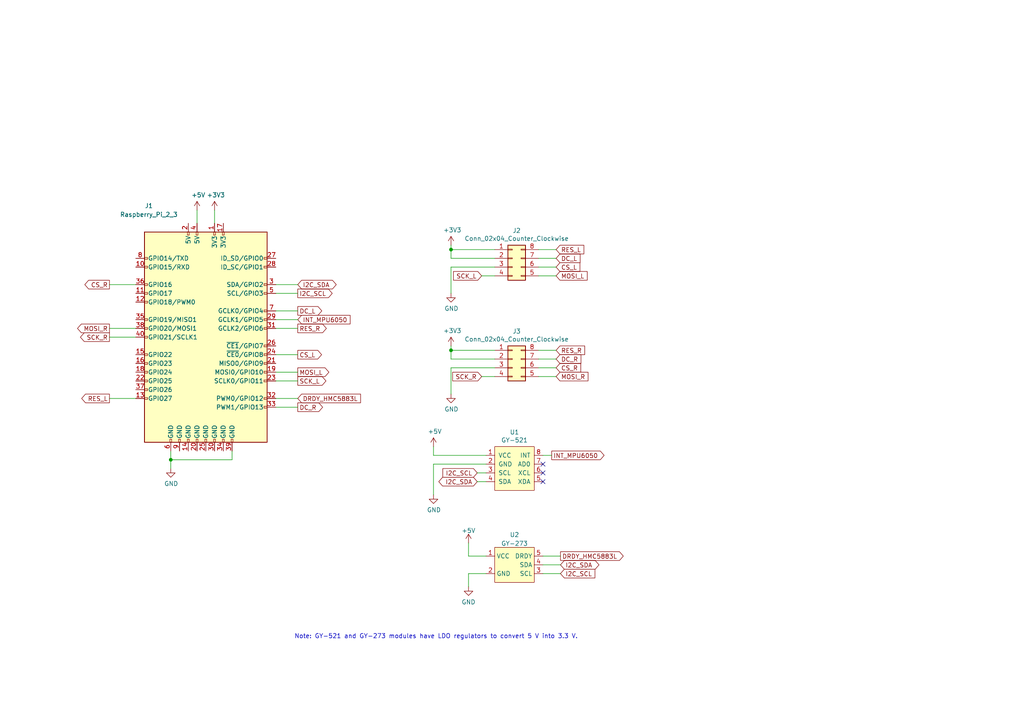
<source format=kicad_sch>
(kicad_sch (version 20211123) (generator eeschema)

  (uuid eb045a41-ff87-4870-9fb6-972d35004302)

  (paper "A4")

  (lib_symbols
    (symbol "Connector:Raspberry_Pi_2_3" (pin_names (offset 1.016)) (in_bom yes) (on_board yes)
      (property "Reference" "J" (id 0) (at -17.78 31.75 0)
        (effects (font (size 1.27 1.27)) (justify left bottom))
      )
      (property "Value" "Raspberry_Pi_2_3" (id 1) (at 10.16 -31.75 0)
        (effects (font (size 1.27 1.27)) (justify left top))
      )
      (property "Footprint" "" (id 2) (at 0 0 0)
        (effects (font (size 1.27 1.27)) hide)
      )
      (property "Datasheet" "https://www.raspberrypi.org/documentation/hardware/raspberrypi/schematics/rpi_SCH_3bplus_1p0_reduced.pdf" (id 3) (at 0 0 0)
        (effects (font (size 1.27 1.27)) hide)
      )
      (property "ki_keywords" "raspberrypi gpio" (id 4) (at 0 0 0)
        (effects (font (size 1.27 1.27)) hide)
      )
      (property "ki_description" "expansion header for Raspberry Pi 2 & 3" (id 5) (at 0 0 0)
        (effects (font (size 1.27 1.27)) hide)
      )
      (property "ki_fp_filters" "PinHeader*2x20*P2.54mm*Vertical* PinSocket*2x20*P2.54mm*Vertical*" (id 6) (at 0 0 0)
        (effects (font (size 1.27 1.27)) hide)
      )
      (symbol "Raspberry_Pi_2_3_0_1"
        (rectangle (start -17.78 30.48) (end 17.78 -30.48)
          (stroke (width 0.254) (type default) (color 0 0 0 0))
          (fill (type background))
        )
      )
      (symbol "Raspberry_Pi_2_3_1_1"
        (rectangle (start -16.891 -17.526) (end -17.78 -18.034)
          (stroke (width 0) (type default) (color 0 0 0 0))
          (fill (type none))
        )
        (rectangle (start -16.891 -14.986) (end -17.78 -15.494)
          (stroke (width 0) (type default) (color 0 0 0 0))
          (fill (type none))
        )
        (rectangle (start -16.891 -12.446) (end -17.78 -12.954)
          (stroke (width 0) (type default) (color 0 0 0 0))
          (fill (type none))
        )
        (rectangle (start -16.891 -9.906) (end -17.78 -10.414)
          (stroke (width 0) (type default) (color 0 0 0 0))
          (fill (type none))
        )
        (rectangle (start -16.891 -7.366) (end -17.78 -7.874)
          (stroke (width 0) (type default) (color 0 0 0 0))
          (fill (type none))
        )
        (rectangle (start -16.891 -4.826) (end -17.78 -5.334)
          (stroke (width 0) (type default) (color 0 0 0 0))
          (fill (type none))
        )
        (rectangle (start -16.891 0.254) (end -17.78 -0.254)
          (stroke (width 0) (type default) (color 0 0 0 0))
          (fill (type none))
        )
        (rectangle (start -16.891 2.794) (end -17.78 2.286)
          (stroke (width 0) (type default) (color 0 0 0 0))
          (fill (type none))
        )
        (rectangle (start -16.891 5.334) (end -17.78 4.826)
          (stroke (width 0) (type default) (color 0 0 0 0))
          (fill (type none))
        )
        (rectangle (start -16.891 10.414) (end -17.78 9.906)
          (stroke (width 0) (type default) (color 0 0 0 0))
          (fill (type none))
        )
        (rectangle (start -16.891 12.954) (end -17.78 12.446)
          (stroke (width 0) (type default) (color 0 0 0 0))
          (fill (type none))
        )
        (rectangle (start -16.891 15.494) (end -17.78 14.986)
          (stroke (width 0) (type default) (color 0 0 0 0))
          (fill (type none))
        )
        (rectangle (start -16.891 20.574) (end -17.78 20.066)
          (stroke (width 0) (type default) (color 0 0 0 0))
          (fill (type none))
        )
        (rectangle (start -16.891 23.114) (end -17.78 22.606)
          (stroke (width 0) (type default) (color 0 0 0 0))
          (fill (type none))
        )
        (rectangle (start -10.414 -29.591) (end -9.906 -30.48)
          (stroke (width 0) (type default) (color 0 0 0 0))
          (fill (type none))
        )
        (rectangle (start -7.874 -29.591) (end -7.366 -30.48)
          (stroke (width 0) (type default) (color 0 0 0 0))
          (fill (type none))
        )
        (rectangle (start -5.334 -29.591) (end -4.826 -30.48)
          (stroke (width 0) (type default) (color 0 0 0 0))
          (fill (type none))
        )
        (rectangle (start -5.334 30.48) (end -4.826 29.591)
          (stroke (width 0) (type default) (color 0 0 0 0))
          (fill (type none))
        )
        (rectangle (start -2.794 -29.591) (end -2.286 -30.48)
          (stroke (width 0) (type default) (color 0 0 0 0))
          (fill (type none))
        )
        (rectangle (start -2.794 30.48) (end -2.286 29.591)
          (stroke (width 0) (type default) (color 0 0 0 0))
          (fill (type none))
        )
        (rectangle (start -0.254 -29.591) (end 0.254 -30.48)
          (stroke (width 0) (type default) (color 0 0 0 0))
          (fill (type none))
        )
        (rectangle (start 2.286 -29.591) (end 2.794 -30.48)
          (stroke (width 0) (type default) (color 0 0 0 0))
          (fill (type none))
        )
        (rectangle (start 2.286 30.48) (end 2.794 29.591)
          (stroke (width 0) (type default) (color 0 0 0 0))
          (fill (type none))
        )
        (rectangle (start 4.826 -29.591) (end 5.334 -30.48)
          (stroke (width 0) (type default) (color 0 0 0 0))
          (fill (type none))
        )
        (rectangle (start 4.826 30.48) (end 5.334 29.591)
          (stroke (width 0) (type default) (color 0 0 0 0))
          (fill (type none))
        )
        (rectangle (start 7.366 -29.591) (end 7.874 -30.48)
          (stroke (width 0) (type default) (color 0 0 0 0))
          (fill (type none))
        )
        (rectangle (start 17.78 -20.066) (end 16.891 -20.574)
          (stroke (width 0) (type default) (color 0 0 0 0))
          (fill (type none))
        )
        (rectangle (start 17.78 -17.526) (end 16.891 -18.034)
          (stroke (width 0) (type default) (color 0 0 0 0))
          (fill (type none))
        )
        (rectangle (start 17.78 -12.446) (end 16.891 -12.954)
          (stroke (width 0) (type default) (color 0 0 0 0))
          (fill (type none))
        )
        (rectangle (start 17.78 -9.906) (end 16.891 -10.414)
          (stroke (width 0) (type default) (color 0 0 0 0))
          (fill (type none))
        )
        (rectangle (start 17.78 -7.366) (end 16.891 -7.874)
          (stroke (width 0) (type default) (color 0 0 0 0))
          (fill (type none))
        )
        (rectangle (start 17.78 -4.826) (end 16.891 -5.334)
          (stroke (width 0) (type default) (color 0 0 0 0))
          (fill (type none))
        )
        (rectangle (start 17.78 -2.286) (end 16.891 -2.794)
          (stroke (width 0) (type default) (color 0 0 0 0))
          (fill (type none))
        )
        (rectangle (start 17.78 2.794) (end 16.891 2.286)
          (stroke (width 0) (type default) (color 0 0 0 0))
          (fill (type none))
        )
        (rectangle (start 17.78 5.334) (end 16.891 4.826)
          (stroke (width 0) (type default) (color 0 0 0 0))
          (fill (type none))
        )
        (rectangle (start 17.78 7.874) (end 16.891 7.366)
          (stroke (width 0) (type default) (color 0 0 0 0))
          (fill (type none))
        )
        (rectangle (start 17.78 12.954) (end 16.891 12.446)
          (stroke (width 0) (type default) (color 0 0 0 0))
          (fill (type none))
        )
        (rectangle (start 17.78 15.494) (end 16.891 14.986)
          (stroke (width 0) (type default) (color 0 0 0 0))
          (fill (type none))
        )
        (rectangle (start 17.78 20.574) (end 16.891 20.066)
          (stroke (width 0) (type default) (color 0 0 0 0))
          (fill (type none))
        )
        (rectangle (start 17.78 23.114) (end 16.891 22.606)
          (stroke (width 0) (type default) (color 0 0 0 0))
          (fill (type none))
        )
        (pin power_in line (at 2.54 33.02 270) (length 2.54)
          (name "3V3" (effects (font (size 1.27 1.27))))
          (number "1" (effects (font (size 1.27 1.27))))
        )
        (pin bidirectional line (at -20.32 20.32 0) (length 2.54)
          (name "GPIO15/RXD" (effects (font (size 1.27 1.27))))
          (number "10" (effects (font (size 1.27 1.27))))
        )
        (pin bidirectional line (at -20.32 12.7 0) (length 2.54)
          (name "GPIO17" (effects (font (size 1.27 1.27))))
          (number "11" (effects (font (size 1.27 1.27))))
        )
        (pin bidirectional line (at -20.32 10.16 0) (length 2.54)
          (name "GPIO18/PWM0" (effects (font (size 1.27 1.27))))
          (number "12" (effects (font (size 1.27 1.27))))
        )
        (pin bidirectional line (at -20.32 -17.78 0) (length 2.54)
          (name "GPIO27" (effects (font (size 1.27 1.27))))
          (number "13" (effects (font (size 1.27 1.27))))
        )
        (pin power_in line (at -5.08 -33.02 90) (length 2.54)
          (name "GND" (effects (font (size 1.27 1.27))))
          (number "14" (effects (font (size 1.27 1.27))))
        )
        (pin bidirectional line (at -20.32 -5.08 0) (length 2.54)
          (name "GPIO22" (effects (font (size 1.27 1.27))))
          (number "15" (effects (font (size 1.27 1.27))))
        )
        (pin bidirectional line (at -20.32 -7.62 0) (length 2.54)
          (name "GPIO23" (effects (font (size 1.27 1.27))))
          (number "16" (effects (font (size 1.27 1.27))))
        )
        (pin power_in line (at 5.08 33.02 270) (length 2.54)
          (name "3V3" (effects (font (size 1.27 1.27))))
          (number "17" (effects (font (size 1.27 1.27))))
        )
        (pin bidirectional line (at -20.32 -10.16 0) (length 2.54)
          (name "GPIO24" (effects (font (size 1.27 1.27))))
          (number "18" (effects (font (size 1.27 1.27))))
        )
        (pin bidirectional line (at 20.32 -10.16 180) (length 2.54)
          (name "MOSI0/GPIO10" (effects (font (size 1.27 1.27))))
          (number "19" (effects (font (size 1.27 1.27))))
        )
        (pin power_in line (at -5.08 33.02 270) (length 2.54)
          (name "5V" (effects (font (size 1.27 1.27))))
          (number "2" (effects (font (size 1.27 1.27))))
        )
        (pin power_in line (at -2.54 -33.02 90) (length 2.54)
          (name "GND" (effects (font (size 1.27 1.27))))
          (number "20" (effects (font (size 1.27 1.27))))
        )
        (pin bidirectional line (at 20.32 -7.62 180) (length 2.54)
          (name "MISO0/GPIO9" (effects (font (size 1.27 1.27))))
          (number "21" (effects (font (size 1.27 1.27))))
        )
        (pin bidirectional line (at -20.32 -12.7 0) (length 2.54)
          (name "GPIO25" (effects (font (size 1.27 1.27))))
          (number "22" (effects (font (size 1.27 1.27))))
        )
        (pin bidirectional line (at 20.32 -12.7 180) (length 2.54)
          (name "SCLK0/GPIO11" (effects (font (size 1.27 1.27))))
          (number "23" (effects (font (size 1.27 1.27))))
        )
        (pin bidirectional line (at 20.32 -5.08 180) (length 2.54)
          (name "~{CE0}/GPIO8" (effects (font (size 1.27 1.27))))
          (number "24" (effects (font (size 1.27 1.27))))
        )
        (pin power_in line (at 0 -33.02 90) (length 2.54)
          (name "GND" (effects (font (size 1.27 1.27))))
          (number "25" (effects (font (size 1.27 1.27))))
        )
        (pin bidirectional line (at 20.32 -2.54 180) (length 2.54)
          (name "~{CE1}/GPIO7" (effects (font (size 1.27 1.27))))
          (number "26" (effects (font (size 1.27 1.27))))
        )
        (pin bidirectional line (at 20.32 22.86 180) (length 2.54)
          (name "ID_SD/GPIO0" (effects (font (size 1.27 1.27))))
          (number "27" (effects (font (size 1.27 1.27))))
        )
        (pin bidirectional line (at 20.32 20.32 180) (length 2.54)
          (name "ID_SC/GPIO1" (effects (font (size 1.27 1.27))))
          (number "28" (effects (font (size 1.27 1.27))))
        )
        (pin bidirectional line (at 20.32 5.08 180) (length 2.54)
          (name "GCLK1/GPIO5" (effects (font (size 1.27 1.27))))
          (number "29" (effects (font (size 1.27 1.27))))
        )
        (pin bidirectional line (at 20.32 15.24 180) (length 2.54)
          (name "SDA/GPIO2" (effects (font (size 1.27 1.27))))
          (number "3" (effects (font (size 1.27 1.27))))
        )
        (pin power_in line (at 2.54 -33.02 90) (length 2.54)
          (name "GND" (effects (font (size 1.27 1.27))))
          (number "30" (effects (font (size 1.27 1.27))))
        )
        (pin bidirectional line (at 20.32 2.54 180) (length 2.54)
          (name "GCLK2/GPIO6" (effects (font (size 1.27 1.27))))
          (number "31" (effects (font (size 1.27 1.27))))
        )
        (pin bidirectional line (at 20.32 -17.78 180) (length 2.54)
          (name "PWM0/GPIO12" (effects (font (size 1.27 1.27))))
          (number "32" (effects (font (size 1.27 1.27))))
        )
        (pin bidirectional line (at 20.32 -20.32 180) (length 2.54)
          (name "PWM1/GPIO13" (effects (font (size 1.27 1.27))))
          (number "33" (effects (font (size 1.27 1.27))))
        )
        (pin power_in line (at 5.08 -33.02 90) (length 2.54)
          (name "GND" (effects (font (size 1.27 1.27))))
          (number "34" (effects (font (size 1.27 1.27))))
        )
        (pin bidirectional line (at -20.32 5.08 0) (length 2.54)
          (name "GPIO19/MISO1" (effects (font (size 1.27 1.27))))
          (number "35" (effects (font (size 1.27 1.27))))
        )
        (pin bidirectional line (at -20.32 15.24 0) (length 2.54)
          (name "GPIO16" (effects (font (size 1.27 1.27))))
          (number "36" (effects (font (size 1.27 1.27))))
        )
        (pin bidirectional line (at -20.32 -15.24 0) (length 2.54)
          (name "GPIO26" (effects (font (size 1.27 1.27))))
          (number "37" (effects (font (size 1.27 1.27))))
        )
        (pin bidirectional line (at -20.32 2.54 0) (length 2.54)
          (name "GPIO20/MOSI1" (effects (font (size 1.27 1.27))))
          (number "38" (effects (font (size 1.27 1.27))))
        )
        (pin power_in line (at 7.62 -33.02 90) (length 2.54)
          (name "GND" (effects (font (size 1.27 1.27))))
          (number "39" (effects (font (size 1.27 1.27))))
        )
        (pin power_in line (at -2.54 33.02 270) (length 2.54)
          (name "5V" (effects (font (size 1.27 1.27))))
          (number "4" (effects (font (size 1.27 1.27))))
        )
        (pin bidirectional line (at -20.32 0 0) (length 2.54)
          (name "GPIO21/SCLK1" (effects (font (size 1.27 1.27))))
          (number "40" (effects (font (size 1.27 1.27))))
        )
        (pin bidirectional line (at 20.32 12.7 180) (length 2.54)
          (name "SCL/GPIO3" (effects (font (size 1.27 1.27))))
          (number "5" (effects (font (size 1.27 1.27))))
        )
        (pin power_in line (at -10.16 -33.02 90) (length 2.54)
          (name "GND" (effects (font (size 1.27 1.27))))
          (number "6" (effects (font (size 1.27 1.27))))
        )
        (pin bidirectional line (at 20.32 7.62 180) (length 2.54)
          (name "GCLK0/GPIO4" (effects (font (size 1.27 1.27))))
          (number "7" (effects (font (size 1.27 1.27))))
        )
        (pin bidirectional line (at -20.32 22.86 0) (length 2.54)
          (name "GPIO14/TXD" (effects (font (size 1.27 1.27))))
          (number "8" (effects (font (size 1.27 1.27))))
        )
        (pin power_in line (at -7.62 -33.02 90) (length 2.54)
          (name "GND" (effects (font (size 1.27 1.27))))
          (number "9" (effects (font (size 1.27 1.27))))
        )
      )
    )
    (symbol "Connector_Generic:Conn_02x04_Counter_Clockwise" (pin_names (offset 1.016) hide) (in_bom yes) (on_board yes)
      (property "Reference" "J" (id 0) (at 1.27 5.08 0)
        (effects (font (size 1.27 1.27)))
      )
      (property "Value" "Conn_02x04_Counter_Clockwise" (id 1) (at 1.27 -7.62 0)
        (effects (font (size 1.27 1.27)))
      )
      (property "Footprint" "" (id 2) (at 0 0 0)
        (effects (font (size 1.27 1.27)) hide)
      )
      (property "Datasheet" "~" (id 3) (at 0 0 0)
        (effects (font (size 1.27 1.27)) hide)
      )
      (property "ki_keywords" "connector" (id 4) (at 0 0 0)
        (effects (font (size 1.27 1.27)) hide)
      )
      (property "ki_description" "Generic connector, double row, 02x04, counter clockwise pin numbering scheme (similar to DIP packge numbering), script generated (kicad-library-utils/schlib/autogen/connector/)" (id 5) (at 0 0 0)
        (effects (font (size 1.27 1.27)) hide)
      )
      (property "ki_fp_filters" "Connector*:*_2x??_*" (id 6) (at 0 0 0)
        (effects (font (size 1.27 1.27)) hide)
      )
      (symbol "Conn_02x04_Counter_Clockwise_1_1"
        (rectangle (start -1.27 -4.953) (end 0 -5.207)
          (stroke (width 0.1524) (type default) (color 0 0 0 0))
          (fill (type none))
        )
        (rectangle (start -1.27 -2.413) (end 0 -2.667)
          (stroke (width 0.1524) (type default) (color 0 0 0 0))
          (fill (type none))
        )
        (rectangle (start -1.27 0.127) (end 0 -0.127)
          (stroke (width 0.1524) (type default) (color 0 0 0 0))
          (fill (type none))
        )
        (rectangle (start -1.27 2.667) (end 0 2.413)
          (stroke (width 0.1524) (type default) (color 0 0 0 0))
          (fill (type none))
        )
        (rectangle (start -1.27 3.81) (end 3.81 -6.35)
          (stroke (width 0.254) (type default) (color 0 0 0 0))
          (fill (type background))
        )
        (rectangle (start 3.81 -4.953) (end 2.54 -5.207)
          (stroke (width 0.1524) (type default) (color 0 0 0 0))
          (fill (type none))
        )
        (rectangle (start 3.81 -2.413) (end 2.54 -2.667)
          (stroke (width 0.1524) (type default) (color 0 0 0 0))
          (fill (type none))
        )
        (rectangle (start 3.81 0.127) (end 2.54 -0.127)
          (stroke (width 0.1524) (type default) (color 0 0 0 0))
          (fill (type none))
        )
        (rectangle (start 3.81 2.667) (end 2.54 2.413)
          (stroke (width 0.1524) (type default) (color 0 0 0 0))
          (fill (type none))
        )
        (pin passive line (at -5.08 2.54 0) (length 3.81)
          (name "Pin_1" (effects (font (size 1.27 1.27))))
          (number "1" (effects (font (size 1.27 1.27))))
        )
        (pin passive line (at -5.08 0 0) (length 3.81)
          (name "Pin_2" (effects (font (size 1.27 1.27))))
          (number "2" (effects (font (size 1.27 1.27))))
        )
        (pin passive line (at -5.08 -2.54 0) (length 3.81)
          (name "Pin_3" (effects (font (size 1.27 1.27))))
          (number "3" (effects (font (size 1.27 1.27))))
        )
        (pin passive line (at -5.08 -5.08 0) (length 3.81)
          (name "Pin_4" (effects (font (size 1.27 1.27))))
          (number "4" (effects (font (size 1.27 1.27))))
        )
        (pin passive line (at 7.62 -5.08 180) (length 3.81)
          (name "Pin_5" (effects (font (size 1.27 1.27))))
          (number "5" (effects (font (size 1.27 1.27))))
        )
        (pin passive line (at 7.62 -2.54 180) (length 3.81)
          (name "Pin_6" (effects (font (size 1.27 1.27))))
          (number "6" (effects (font (size 1.27 1.27))))
        )
        (pin passive line (at 7.62 0 180) (length 3.81)
          (name "Pin_7" (effects (font (size 1.27 1.27))))
          (number "7" (effects (font (size 1.27 1.27))))
        )
        (pin passive line (at 7.62 2.54 180) (length 3.81)
          (name "Pin_8" (effects (font (size 1.27 1.27))))
          (number "8" (effects (font (size 1.27 1.27))))
        )
      )
    )
    (symbol "myparts:GY-273" (in_bom yes) (on_board yes)
      (property "Reference" "U" (id 0) (at 0 8.89 0)
        (effects (font (size 1.27 1.27)))
      )
      (property "Value" "GY-273" (id 1) (at 0 6.35 0)
        (effects (font (size 1.27 1.27)))
      )
      (property "Footprint" "" (id 2) (at 0 0 0)
        (effects (font (size 1.27 1.27)) hide)
      )
      (property "Datasheet" "" (id 3) (at 0 0 0)
        (effects (font (size 1.27 1.27)) hide)
      )
      (symbol "GY-273_0_1"
        (rectangle (start -6.35 5.08) (end 5.08 -5.08)
          (stroke (width 0.1524) (type default) (color 0 0 0 0))
          (fill (type background))
        )
      )
      (symbol "GY-273_1_1"
        (pin power_in line (at -8.89 2.54 0) (length 2.54)
          (name "VCC" (effects (font (size 1.27 1.27))))
          (number "1" (effects (font (size 1.27 1.27))))
        )
        (pin power_in line (at -8.89 -2.54 0) (length 2.54)
          (name "GND" (effects (font (size 1.27 1.27))))
          (number "2" (effects (font (size 1.27 1.27))))
        )
        (pin input line (at 7.62 -2.54 180) (length 2.54)
          (name "SCL" (effects (font (size 1.27 1.27))))
          (number "3" (effects (font (size 1.27 1.27))))
        )
        (pin bidirectional line (at 7.62 0 180) (length 2.54)
          (name "SDA" (effects (font (size 1.27 1.27))))
          (number "4" (effects (font (size 1.27 1.27))))
        )
        (pin output line (at 7.62 2.54 180) (length 2.54)
          (name "DRDY" (effects (font (size 1.27 1.27))))
          (number "5" (effects (font (size 1.27 1.27))))
        )
      )
    )
    (symbol "myparts:GY-521" (pin_names (offset 1.016)) (in_bom yes) (on_board yes)
      (property "Reference" "U" (id 0) (at 0 10.16 0)
        (effects (font (size 1.27 1.27)))
      )
      (property "Value" "GY-521" (id 1) (at 0 7.62 0)
        (effects (font (size 1.27 1.27)))
      )
      (property "Footprint" "" (id 2) (at 0 10.16 0)
        (effects (font (size 1.27 1.27)) hide)
      )
      (property "Datasheet" "" (id 3) (at 0 10.16 0)
        (effects (font (size 1.27 1.27)) hide)
      )
      (symbol "GY-521_0_1"
        (rectangle (start -6.35 6.35) (end 5.08 -6.35)
          (stroke (width 0) (type default) (color 0 0 0 0))
          (fill (type background))
        )
      )
      (symbol "GY-521_1_1"
        (pin power_in line (at -8.89 3.81 0) (length 2.54)
          (name "VCC" (effects (font (size 1.27 1.27))))
          (number "1" (effects (font (size 1.27 1.27))))
        )
        (pin power_in line (at -8.89 1.27 0) (length 2.54)
          (name "GND" (effects (font (size 1.27 1.27))))
          (number "2" (effects (font (size 1.27 1.27))))
        )
        (pin input line (at -8.89 -1.27 0) (length 2.54)
          (name "SCL" (effects (font (size 1.27 1.27))))
          (number "3" (effects (font (size 1.27 1.27))))
        )
        (pin bidirectional line (at -8.89 -3.81 0) (length 2.54)
          (name "SDA" (effects (font (size 1.27 1.27))))
          (number "4" (effects (font (size 1.27 1.27))))
        )
        (pin bidirectional line (at 7.62 -3.81 180) (length 2.54)
          (name "XDA" (effects (font (size 1.27 1.27))))
          (number "5" (effects (font (size 1.27 1.27))))
        )
        (pin output line (at 7.62 -1.27 180) (length 2.54)
          (name "XCL" (effects (font (size 1.27 1.27))))
          (number "6" (effects (font (size 1.27 1.27))))
        )
        (pin input line (at 7.62 1.27 180) (length 2.54)
          (name "AD0" (effects (font (size 1.27 1.27))))
          (number "7" (effects (font (size 1.27 1.27))))
        )
        (pin output line (at 7.62 3.81 180) (length 2.54)
          (name "INT" (effects (font (size 1.27 1.27))))
          (number "8" (effects (font (size 1.27 1.27))))
        )
      )
    )
    (symbol "power:+3V3" (power) (pin_names (offset 0)) (in_bom yes) (on_board yes)
      (property "Reference" "#PWR" (id 0) (at 0 -3.81 0)
        (effects (font (size 1.27 1.27)) hide)
      )
      (property "Value" "+3V3" (id 1) (at 0 3.556 0)
        (effects (font (size 1.27 1.27)))
      )
      (property "Footprint" "" (id 2) (at 0 0 0)
        (effects (font (size 1.27 1.27)) hide)
      )
      (property "Datasheet" "" (id 3) (at 0 0 0)
        (effects (font (size 1.27 1.27)) hide)
      )
      (property "ki_keywords" "power-flag" (id 4) (at 0 0 0)
        (effects (font (size 1.27 1.27)) hide)
      )
      (property "ki_description" "Power symbol creates a global label with name \"+3V3\"" (id 5) (at 0 0 0)
        (effects (font (size 1.27 1.27)) hide)
      )
      (symbol "+3V3_0_1"
        (polyline
          (pts
            (xy -0.762 1.27)
            (xy 0 2.54)
          )
          (stroke (width 0) (type default) (color 0 0 0 0))
          (fill (type none))
        )
        (polyline
          (pts
            (xy 0 0)
            (xy 0 2.54)
          )
          (stroke (width 0) (type default) (color 0 0 0 0))
          (fill (type none))
        )
        (polyline
          (pts
            (xy 0 2.54)
            (xy 0.762 1.27)
          )
          (stroke (width 0) (type default) (color 0 0 0 0))
          (fill (type none))
        )
      )
      (symbol "+3V3_1_1"
        (pin power_in line (at 0 0 90) (length 0) hide
          (name "+3V3" (effects (font (size 1.27 1.27))))
          (number "1" (effects (font (size 1.27 1.27))))
        )
      )
    )
    (symbol "power:+5V" (power) (pin_names (offset 0)) (in_bom yes) (on_board yes)
      (property "Reference" "#PWR" (id 0) (at 0 -3.81 0)
        (effects (font (size 1.27 1.27)) hide)
      )
      (property "Value" "+5V" (id 1) (at 0 3.556 0)
        (effects (font (size 1.27 1.27)))
      )
      (property "Footprint" "" (id 2) (at 0 0 0)
        (effects (font (size 1.27 1.27)) hide)
      )
      (property "Datasheet" "" (id 3) (at 0 0 0)
        (effects (font (size 1.27 1.27)) hide)
      )
      (property "ki_keywords" "power-flag" (id 4) (at 0 0 0)
        (effects (font (size 1.27 1.27)) hide)
      )
      (property "ki_description" "Power symbol creates a global label with name \"+5V\"" (id 5) (at 0 0 0)
        (effects (font (size 1.27 1.27)) hide)
      )
      (symbol "+5V_0_1"
        (polyline
          (pts
            (xy -0.762 1.27)
            (xy 0 2.54)
          )
          (stroke (width 0) (type default) (color 0 0 0 0))
          (fill (type none))
        )
        (polyline
          (pts
            (xy 0 0)
            (xy 0 2.54)
          )
          (stroke (width 0) (type default) (color 0 0 0 0))
          (fill (type none))
        )
        (polyline
          (pts
            (xy 0 2.54)
            (xy 0.762 1.27)
          )
          (stroke (width 0) (type default) (color 0 0 0 0))
          (fill (type none))
        )
      )
      (symbol "+5V_1_1"
        (pin power_in line (at 0 0 90) (length 0) hide
          (name "+5V" (effects (font (size 1.27 1.27))))
          (number "1" (effects (font (size 1.27 1.27))))
        )
      )
    )
    (symbol "power:GND" (power) (pin_names (offset 0)) (in_bom yes) (on_board yes)
      (property "Reference" "#PWR" (id 0) (at 0 -6.35 0)
        (effects (font (size 1.27 1.27)) hide)
      )
      (property "Value" "GND" (id 1) (at 0 -3.81 0)
        (effects (font (size 1.27 1.27)))
      )
      (property "Footprint" "" (id 2) (at 0 0 0)
        (effects (font (size 1.27 1.27)) hide)
      )
      (property "Datasheet" "" (id 3) (at 0 0 0)
        (effects (font (size 1.27 1.27)) hide)
      )
      (property "ki_keywords" "power-flag" (id 4) (at 0 0 0)
        (effects (font (size 1.27 1.27)) hide)
      )
      (property "ki_description" "Power symbol creates a global label with name \"GND\" , ground" (id 5) (at 0 0 0)
        (effects (font (size 1.27 1.27)) hide)
      )
      (symbol "GND_0_1"
        (polyline
          (pts
            (xy 0 0)
            (xy 0 -1.27)
            (xy 1.27 -1.27)
            (xy 0 -2.54)
            (xy -1.27 -1.27)
            (xy 0 -1.27)
          )
          (stroke (width 0) (type default) (color 0 0 0 0))
          (fill (type none))
        )
      )
      (symbol "GND_1_1"
        (pin power_in line (at 0 0 270) (length 0) hide
          (name "GND" (effects (font (size 1.27 1.27))))
          (number "1" (effects (font (size 1.27 1.27))))
        )
      )
    )
  )

  (junction (at 130.81 101.6) (diameter 0) (color 0 0 0 0)
    (uuid 2ca0d6f3-f2c7-4ff6-b437-a9b609933364)
  )
  (junction (at 49.53 133.35) (diameter 0) (color 0 0 0 0)
    (uuid 7bba25a5-af74-448a-a0c3-d33e00597854)
  )
  (junction (at 130.81 72.39) (diameter 0) (color 0 0 0 0)
    (uuid af754177-1935-45b6-b74f-ad1b24857cea)
  )

  (no_connect (at 157.48 137.16) (uuid 24ab75a4-fb1f-4b28-bc8c-c491fd44ab21))
  (no_connect (at 157.48 134.62) (uuid f6dbdb8a-3e5e-4ef2-ac20-f54a5482deee))
  (no_connect (at 157.48 139.7) (uuid f97b1398-950d-4785-b5dd-c13fe864e016))

  (wire (pts (xy 161.29 77.47) (xy 156.21 77.47))
    (stroke (width 0) (type default) (color 0 0 0 0))
    (uuid 03c97dc7-46bf-4423-b42e-8578bc881cc2)
  )
  (wire (pts (xy 86.36 82.55) (xy 80.01 82.55))
    (stroke (width 0) (type default) (color 0 0 0 0))
    (uuid 07651d29-73b8-4076-b017-70498800641b)
  )
  (wire (pts (xy 157.48 166.37) (xy 162.56 166.37))
    (stroke (width 0) (type default) (color 0 0 0 0))
    (uuid 12dba281-eaa6-4c33-8d32-e51d3156c381)
  )
  (wire (pts (xy 31.75 115.57) (xy 39.37 115.57))
    (stroke (width 0) (type default) (color 0 0 0 0))
    (uuid 15f9f0da-b70e-44e5-a556-118f15c5b3c9)
  )
  (wire (pts (xy 135.89 161.29) (xy 140.97 161.29))
    (stroke (width 0) (type default) (color 0 0 0 0))
    (uuid 1d95b9f3-a091-43ee-9729-4cce7d1a683f)
  )
  (wire (pts (xy 139.7 80.01) (xy 143.51 80.01))
    (stroke (width 0) (type default) (color 0 0 0 0))
    (uuid 21e6dbfd-3fc4-4d7d-97f1-63763db67404)
  )
  (wire (pts (xy 130.81 100.33) (xy 130.81 101.6))
    (stroke (width 0) (type default) (color 0 0 0 0))
    (uuid 246b4f35-3b6f-42a6-8553-0656d77a28c8)
  )
  (wire (pts (xy 86.36 110.49) (xy 80.01 110.49))
    (stroke (width 0) (type default) (color 0 0 0 0))
    (uuid 25619b26-f8ce-486a-87c9-e743f43b219f)
  )
  (wire (pts (xy 125.73 143.51) (xy 125.73 134.62))
    (stroke (width 0) (type default) (color 0 0 0 0))
    (uuid 2ac0753f-774f-4fa3-ad6a-decc41c9388f)
  )
  (wire (pts (xy 80.01 118.11) (xy 86.36 118.11))
    (stroke (width 0) (type default) (color 0 0 0 0))
    (uuid 2c888038-917e-41df-b5eb-b211b97604f8)
  )
  (wire (pts (xy 135.89 157.48) (xy 135.89 161.29))
    (stroke (width 0) (type default) (color 0 0 0 0))
    (uuid 2cb4a6d8-1cd4-4a3e-9b28-61420ff419c5)
  )
  (wire (pts (xy 80.01 92.71) (xy 86.36 92.71))
    (stroke (width 0) (type default) (color 0 0 0 0))
    (uuid 2e3a20d3-1ad7-4a50-986d-ad937c1980c1)
  )
  (wire (pts (xy 130.81 71.12) (xy 130.81 72.39))
    (stroke (width 0) (type default) (color 0 0 0 0))
    (uuid 3a6a03a4-14ff-47da-bfda-dae43ab79c74)
  )
  (wire (pts (xy 161.29 106.68) (xy 156.21 106.68))
    (stroke (width 0) (type default) (color 0 0 0 0))
    (uuid 3b5b2ee7-586e-4b04-98f8-c90cdbc011a6)
  )
  (wire (pts (xy 67.31 133.35) (xy 67.31 130.81))
    (stroke (width 0) (type default) (color 0 0 0 0))
    (uuid 401df8c7-295b-4d3b-9f4e-90816c6c632f)
  )
  (wire (pts (xy 39.37 95.25) (xy 31.75 95.25))
    (stroke (width 0) (type default) (color 0 0 0 0))
    (uuid 428e1aa6-c918-45b9-a104-d9ad2f9b0d6a)
  )
  (wire (pts (xy 80.01 95.25) (xy 86.36 95.25))
    (stroke (width 0) (type default) (color 0 0 0 0))
    (uuid 47f1e5ed-3a1b-4dbd-971b-d6b2b4751745)
  )
  (wire (pts (xy 49.53 133.35) (xy 49.53 130.81))
    (stroke (width 0) (type default) (color 0 0 0 0))
    (uuid 4a8ae321-5ad7-4607-8022-288a4577f606)
  )
  (wire (pts (xy 161.29 74.93) (xy 156.21 74.93))
    (stroke (width 0) (type default) (color 0 0 0 0))
    (uuid 58617196-085a-4c46-b898-589a431d662b)
  )
  (wire (pts (xy 80.01 90.17) (xy 86.36 90.17))
    (stroke (width 0) (type default) (color 0 0 0 0))
    (uuid 5aeb1e78-7ed8-446f-a1fa-e72019642e8e)
  )
  (wire (pts (xy 62.23 60.96) (xy 62.23 64.77))
    (stroke (width 0) (type default) (color 0 0 0 0))
    (uuid 6231c64e-1862-4af4-90eb-e1a4ee164011)
  )
  (wire (pts (xy 125.73 132.08) (xy 140.97 132.08))
    (stroke (width 0) (type default) (color 0 0 0 0))
    (uuid 62d22ede-6b0b-4d76-ab02-14ebed8a3b19)
  )
  (wire (pts (xy 139.7 109.22) (xy 143.51 109.22))
    (stroke (width 0) (type default) (color 0 0 0 0))
    (uuid 6c1c4389-dc23-49bb-b930-7c730c30a658)
  )
  (wire (pts (xy 49.53 133.35) (xy 67.31 133.35))
    (stroke (width 0) (type default) (color 0 0 0 0))
    (uuid 6ce81cc9-a354-4a4e-8a64-b3147007e4ae)
  )
  (wire (pts (xy 161.29 101.6) (xy 156.21 101.6))
    (stroke (width 0) (type default) (color 0 0 0 0))
    (uuid 6fa86883-e6ae-4e23-bb84-2c72d1e7f657)
  )
  (wire (pts (xy 161.29 104.14) (xy 156.21 104.14))
    (stroke (width 0) (type default) (color 0 0 0 0))
    (uuid 734e105d-b4a0-405e-8ff8-00e730d9fda3)
  )
  (wire (pts (xy 130.81 72.39) (xy 143.51 72.39))
    (stroke (width 0) (type default) (color 0 0 0 0))
    (uuid 77997480-930e-466a-b07f-741d841f6b30)
  )
  (wire (pts (xy 130.81 106.68) (xy 143.51 106.68))
    (stroke (width 0) (type default) (color 0 0 0 0))
    (uuid 78ab8a62-95bb-407d-9a77-e3716c9faf5c)
  )
  (wire (pts (xy 86.36 102.87) (xy 80.01 102.87))
    (stroke (width 0) (type default) (color 0 0 0 0))
    (uuid 7a787b83-4e82-407d-9aea-84aa75d4a10a)
  )
  (wire (pts (xy 49.53 135.89) (xy 49.53 133.35))
    (stroke (width 0) (type default) (color 0 0 0 0))
    (uuid 885bbfde-9203-4d3e-a35f-9a7475bddea6)
  )
  (wire (pts (xy 86.36 85.09) (xy 80.01 85.09))
    (stroke (width 0) (type default) (color 0 0 0 0))
    (uuid 93c32a8d-c2dd-4d30-b850-d96f64a1abb8)
  )
  (wire (pts (xy 57.15 60.96) (xy 57.15 64.77))
    (stroke (width 0) (type default) (color 0 0 0 0))
    (uuid 943566fc-e0ec-4811-a35c-3b8867aae60d)
  )
  (wire (pts (xy 143.51 74.93) (xy 130.81 74.93))
    (stroke (width 0) (type default) (color 0 0 0 0))
    (uuid 945d570b-8847-4ec2-8707-37a778cfbf95)
  )
  (wire (pts (xy 135.89 170.18) (xy 135.89 166.37))
    (stroke (width 0) (type default) (color 0 0 0 0))
    (uuid 96b8d44e-5e6a-40ab-a5f6-697206806250)
  )
  (wire (pts (xy 138.43 139.7) (xy 140.97 139.7))
    (stroke (width 0) (type default) (color 0 0 0 0))
    (uuid 97b36bb9-35b6-4fb5-a7a7-650df4fcff51)
  )
  (wire (pts (xy 161.29 72.39) (xy 156.21 72.39))
    (stroke (width 0) (type default) (color 0 0 0 0))
    (uuid 97fdeb93-36e7-43de-98f8-17c9d3ce7733)
  )
  (wire (pts (xy 130.81 77.47) (xy 143.51 77.47))
    (stroke (width 0) (type default) (color 0 0 0 0))
    (uuid 9c7c5064-a8d8-4557-a61f-98f7124a0a78)
  )
  (wire (pts (xy 130.81 101.6) (xy 143.51 101.6))
    (stroke (width 0) (type default) (color 0 0 0 0))
    (uuid a3b2d7db-5f59-4a3d-8d94-d6a13be7a25e)
  )
  (wire (pts (xy 161.29 80.01) (xy 156.21 80.01))
    (stroke (width 0) (type default) (color 0 0 0 0))
    (uuid ab0784d7-80af-48f7-a658-138cb73f63ea)
  )
  (wire (pts (xy 157.48 132.08) (xy 160.02 132.08))
    (stroke (width 0) (type default) (color 0 0 0 0))
    (uuid ad045e07-c1e0-4935-bfaf-c86d1e6e6efd)
  )
  (wire (pts (xy 157.48 163.83) (xy 162.56 163.83))
    (stroke (width 0) (type default) (color 0 0 0 0))
    (uuid b70ac297-eaca-4165-99b2-2f3ab0cafeca)
  )
  (wire (pts (xy 80.01 115.57) (xy 86.36 115.57))
    (stroke (width 0) (type default) (color 0 0 0 0))
    (uuid be4267e1-3941-4366-95de-118f58d98506)
  )
  (wire (pts (xy 130.81 114.3) (xy 130.81 106.68))
    (stroke (width 0) (type default) (color 0 0 0 0))
    (uuid bfb7b57a-0096-4480-bdfb-62f147327009)
  )
  (wire (pts (xy 161.29 109.22) (xy 156.21 109.22))
    (stroke (width 0) (type default) (color 0 0 0 0))
    (uuid c69bf0b9-0cff-4e73-9987-7a2e5d011527)
  )
  (wire (pts (xy 130.81 74.93) (xy 130.81 72.39))
    (stroke (width 0) (type default) (color 0 0 0 0))
    (uuid c7a611fb-8ba7-4f21-88f2-4ca6d60befa7)
  )
  (wire (pts (xy 138.43 137.16) (xy 140.97 137.16))
    (stroke (width 0) (type default) (color 0 0 0 0))
    (uuid cdd4693c-34fe-4b2d-9c86-17882b6bba4c)
  )
  (wire (pts (xy 157.48 161.29) (xy 162.56 161.29))
    (stroke (width 0) (type default) (color 0 0 0 0))
    (uuid d2a7b285-1032-46ff-a18a-afc781d06f96)
  )
  (wire (pts (xy 86.36 107.95) (xy 80.01 107.95))
    (stroke (width 0) (type default) (color 0 0 0 0))
    (uuid d57d85ea-3dfc-4aef-aca6-d44042423116)
  )
  (wire (pts (xy 31.75 97.79) (xy 39.37 97.79))
    (stroke (width 0) (type default) (color 0 0 0 0))
    (uuid ddbf64f0-2bc5-4676-b431-cf22b6ec1b0d)
  )
  (wire (pts (xy 135.89 166.37) (xy 140.97 166.37))
    (stroke (width 0) (type default) (color 0 0 0 0))
    (uuid df5e6a79-e902-4633-bff5-11e4f9a342af)
  )
  (wire (pts (xy 130.81 85.09) (xy 130.81 77.47))
    (stroke (width 0) (type default) (color 0 0 0 0))
    (uuid ec9b6fef-085d-40af-b50d-80b8e4637069)
  )
  (wire (pts (xy 31.75 82.55) (xy 39.37 82.55))
    (stroke (width 0) (type default) (color 0 0 0 0))
    (uuid f30cafd0-32db-4b25-bf15-e66138fbc6f9)
  )
  (wire (pts (xy 125.73 134.62) (xy 140.97 134.62))
    (stroke (width 0) (type default) (color 0 0 0 0))
    (uuid f681e674-ef59-43c2-aeb0-efcf36357aa1)
  )
  (wire (pts (xy 143.51 104.14) (xy 130.81 104.14))
    (stroke (width 0) (type default) (color 0 0 0 0))
    (uuid f900f28c-ee76-4b4a-b5c4-c55abafb0764)
  )
  (wire (pts (xy 130.81 104.14) (xy 130.81 101.6))
    (stroke (width 0) (type default) (color 0 0 0 0))
    (uuid fb2932df-fd36-49d1-87e1-ae840cc95dd2)
  )
  (wire (pts (xy 125.73 132.08) (xy 125.73 129.54))
    (stroke (width 0) (type default) (color 0 0 0 0))
    (uuid fee9feaa-32e6-4a2e-b9f7-323c90c34250)
  )

  (text "Note: GY-521 and GY-273 modules have LDO regulators to convert 5 V into 3.3 V."
    (at 167.64 185.42 0)
    (effects (font (size 1.27 1.27)) (justify right bottom))
    (uuid 7d7511b9-1563-493f-833d-36eb20e9bb83)
  )

  (global_label "I2C_SDA" (shape bidirectional) (at 138.43 139.7 180) (fields_autoplaced)
    (effects (font (size 1.27 1.27)) (justify right))
    (uuid 12490c41-5f7d-4d94-b719-54e9469320da)
    (property "Intersheet References" "${INTERSHEET_REFS}" (id 0) (at 128.4858 139.6206 0)
      (effects (font (size 1.27 1.27)) (justify right) hide)
    )
  )
  (global_label "RES_L" (shape output) (at 31.75 115.57 180) (fields_autoplaced)
    (effects (font (size 1.27 1.27)) (justify right))
    (uuid 1b0ebad7-8a43-40a6-b997-58eed2589c95)
    (property "Intersheet References" "${INTERSHEET_REFS}" (id 0) (at 23.8015 115.4906 0)
      (effects (font (size 1.27 1.27)) (justify right) hide)
    )
  )
  (global_label "INT_MPU6050" (shape output) (at 160.02 132.08 0) (fields_autoplaced)
    (effects (font (size 1.27 1.27)) (justify left))
    (uuid 1f9be8a1-5c8d-4963-bf25-9a41f73dc948)
    (property "Intersheet References" "${INTERSHEET_REFS}" (id 0) (at 0 0 0)
      (effects (font (size 1.27 1.27)) hide)
    )
  )
  (global_label "I2C_SCL" (shape output) (at 86.36 85.09 0) (fields_autoplaced)
    (effects (font (size 1.27 1.27)) (justify left))
    (uuid 2c2b6577-003c-4fbf-8ff4-6305774ba2df)
    (property "Intersheet References" "${INTERSHEET_REFS}" (id 0) (at 96.2437 85.0106 0)
      (effects (font (size 1.27 1.27)) (justify left) hide)
    )
  )
  (global_label "RES_R" (shape input) (at 161.29 101.6 0) (fields_autoplaced)
    (effects (font (size 1.27 1.27)) (justify left))
    (uuid 2fd3b4c1-3615-465f-bcc7-bf35b384dc37)
    (property "Intersheet References" "${INTERSHEET_REFS}" (id 0) (at 0 0 0)
      (effects (font (size 1.27 1.27)) hide)
    )
  )
  (global_label "MOSI_L" (shape input) (at 161.29 80.01 0) (fields_autoplaced)
    (effects (font (size 1.27 1.27)) (justify left))
    (uuid 3258b882-9953-420b-adcb-03c60d21c6f4)
    (property "Intersheet References" "${INTERSHEET_REFS}" (id 0) (at 0 0 0)
      (effects (font (size 1.27 1.27)) hide)
    )
  )
  (global_label "MOSI_L" (shape output) (at 86.36 107.95 0) (fields_autoplaced)
    (effects (font (size 1.27 1.27)) (justify left))
    (uuid 3bf4aea9-3aff-41d0-a471-56127c9ddbfd)
    (property "Intersheet References" "${INTERSHEET_REFS}" (id 0) (at 0 0 0)
      (effects (font (size 1.27 1.27)) hide)
    )
  )
  (global_label "INT_MPU6050" (shape input) (at 86.36 92.71 0) (fields_autoplaced)
    (effects (font (size 1.27 1.27)) (justify left))
    (uuid 3ca0aab7-49b6-4baf-a555-2b19ca1ebe8c)
    (property "Intersheet References" "${INTERSHEET_REFS}" (id 0) (at 101.4447 92.6306 0)
      (effects (font (size 1.27 1.27)) (justify left) hide)
    )
  )
  (global_label "I2C_SDA" (shape bidirectional) (at 86.36 82.55 0) (fields_autoplaced)
    (effects (font (size 1.27 1.27)) (justify left))
    (uuid 44c82de7-b909-4a8c-b361-ff3ba94e85d6)
    (property "Intersheet References" "${INTERSHEET_REFS}" (id 0) (at 96.3042 82.4706 0)
      (effects (font (size 1.27 1.27)) (justify left) hide)
    )
  )
  (global_label "CS_L" (shape input) (at 161.29 77.47 0) (fields_autoplaced)
    (effects (font (size 1.27 1.27)) (justify left))
    (uuid 4670aaea-1c8c-4e24-99ca-d2329eb7d4c9)
    (property "Intersheet References" "${INTERSHEET_REFS}" (id 0) (at 0 0 0)
      (effects (font (size 1.27 1.27)) hide)
    )
  )
  (global_label "DC_R" (shape output) (at 86.36 118.11 0) (fields_autoplaced)
    (effects (font (size 1.27 1.27)) (justify left))
    (uuid 4e171e27-0952-4a5f-bd26-afc8662a6d9a)
    (property "Intersheet References" "${INTERSHEET_REFS}" (id 0) (at 93.4618 118.0306 0)
      (effects (font (size 1.27 1.27)) (justify left) hide)
    )
  )
  (global_label "RES_L" (shape input) (at 161.29 72.39 0) (fields_autoplaced)
    (effects (font (size 1.27 1.27)) (justify left))
    (uuid 4f606d57-6c6b-4003-b9e6-ca3968ef4423)
    (property "Intersheet References" "${INTERSHEET_REFS}" (id 0) (at 0 0 0)
      (effects (font (size 1.27 1.27)) hide)
    )
  )
  (global_label "I2C_SCL" (shape input) (at 162.56 166.37 0) (fields_autoplaced)
    (effects (font (size 1.27 1.27)) (justify left))
    (uuid 58676ef2-44a2-4ac7-a37d-c4a9276b13b0)
    (property "Intersheet References" "${INTERSHEET_REFS}" (id 0) (at 172.4437 166.2906 0)
      (effects (font (size 1.27 1.27)) (justify left) hide)
    )
  )
  (global_label "DRDY_HMC5883L" (shape input) (at 86.36 115.57 0) (fields_autoplaced)
    (effects (font (size 1.27 1.27)) (justify left))
    (uuid 5b8ed379-32a2-4903-8f04-972a50dfabb6)
    (property "Intersheet References" "${INTERSHEET_REFS}" (id 0) (at 104.4685 115.4906 0)
      (effects (font (size 1.27 1.27)) (justify left) hide)
    )
  )
  (global_label "MOSI_R" (shape output) (at 31.75 95.25 180) (fields_autoplaced)
    (effects (font (size 1.27 1.27)) (justify right))
    (uuid 659fb98e-a51d-483f-964a-e19e3c962b6e)
    (property "Intersheet References" "${INTERSHEET_REFS}" (id 0) (at 0 0 0)
      (effects (font (size 1.27 1.27)) hide)
    )
  )
  (global_label "CS_R" (shape input) (at 161.29 106.68 0) (fields_autoplaced)
    (effects (font (size 1.27 1.27)) (justify left))
    (uuid 6d061a9d-14f3-4abd-8b25-8e92952d926a)
    (property "Intersheet References" "${INTERSHEET_REFS}" (id 0) (at 0 0 0)
      (effects (font (size 1.27 1.27)) hide)
    )
  )
  (global_label "I2C_SCL" (shape input) (at 138.43 137.16 180) (fields_autoplaced)
    (effects (font (size 1.27 1.27)) (justify right))
    (uuid 82242f25-535c-4bbe-bce9-de54d89599b9)
    (property "Intersheet References" "${INTERSHEET_REFS}" (id 0) (at 128.5463 137.0806 0)
      (effects (font (size 1.27 1.27)) (justify right) hide)
    )
  )
  (global_label "CS_L" (shape output) (at 86.36 102.87 0) (fields_autoplaced)
    (effects (font (size 1.27 1.27)) (justify left))
    (uuid 864f0f63-e09e-4cc8-8816-7f16b0d15155)
    (property "Intersheet References" "${INTERSHEET_REFS}" (id 0) (at 0 0 0)
      (effects (font (size 1.27 1.27)) hide)
    )
  )
  (global_label "SCK_R" (shape output) (at 31.75 97.79 180) (fields_autoplaced)
    (effects (font (size 1.27 1.27)) (justify right))
    (uuid 8855642e-5bbf-4473-9b9c-148a6bb65633)
    (property "Intersheet References" "${INTERSHEET_REFS}" (id 0) (at 0 0 0)
      (effects (font (size 1.27 1.27)) hide)
    )
  )
  (global_label "DC_L" (shape output) (at 86.36 90.17 0) (fields_autoplaced)
    (effects (font (size 1.27 1.27)) (justify left))
    (uuid 8b6d23e1-36db-42f1-8a08-9f4ec1369434)
    (property "Intersheet References" "${INTERSHEET_REFS}" (id 0) (at 93.2199 90.0906 0)
      (effects (font (size 1.27 1.27)) (justify left) hide)
    )
  )
  (global_label "SCK_L" (shape output) (at 86.36 110.49 0) (fields_autoplaced)
    (effects (font (size 1.27 1.27)) (justify left))
    (uuid 8b9b348b-491a-41d8-bbac-dc90ea30e29a)
    (property "Intersheet References" "${INTERSHEET_REFS}" (id 0) (at 0 0 0)
      (effects (font (size 1.27 1.27)) hide)
    )
  )
  (global_label "RES_R" (shape output) (at 86.36 95.25 0) (fields_autoplaced)
    (effects (font (size 1.27 1.27)) (justify left))
    (uuid 9f9e43f1-b8a6-44c2-ac1e-7dffea579c90)
    (property "Intersheet References" "${INTERSHEET_REFS}" (id 0) (at 94.5504 95.1706 0)
      (effects (font (size 1.27 1.27)) (justify left) hide)
    )
  )
  (global_label "DRDY_HMC5883L" (shape output) (at 162.56 161.29 0) (fields_autoplaced)
    (effects (font (size 1.27 1.27)) (justify left))
    (uuid a6b1e09a-8af3-4cc4-9df1-f67a0e8f20fc)
    (property "Intersheet References" "${INTERSHEET_REFS}" (id 0) (at 180.6685 161.2106 0)
      (effects (font (size 1.27 1.27)) (justify left) hide)
    )
  )
  (global_label "DC_L" (shape input) (at 161.29 74.93 0) (fields_autoplaced)
    (effects (font (size 1.27 1.27)) (justify left))
    (uuid ac630d99-34d0-4745-86af-d91ed33447e4)
    (property "Intersheet References" "${INTERSHEET_REFS}" (id 0) (at 0 0 0)
      (effects (font (size 1.27 1.27)) hide)
    )
  )
  (global_label "CS_R" (shape output) (at 31.75 82.55 180) (fields_autoplaced)
    (effects (font (size 1.27 1.27)) (justify right))
    (uuid b1285594-977a-4769-a2fd-48a61ebea4d6)
    (property "Intersheet References" "${INTERSHEET_REFS}" (id 0) (at 0 0 0)
      (effects (font (size 1.27 1.27)) hide)
    )
  )
  (global_label "SCK_L" (shape input) (at 139.7 80.01 180) (fields_autoplaced)
    (effects (font (size 1.27 1.27)) (justify right))
    (uuid d35aeb12-b6a7-445e-b648-bab66819a9c1)
    (property "Intersheet References" "${INTERSHEET_REFS}" (id 0) (at 0 0 0)
      (effects (font (size 1.27 1.27)) hide)
    )
  )
  (global_label "DC_R" (shape input) (at 161.29 104.14 0) (fields_autoplaced)
    (effects (font (size 1.27 1.27)) (justify left))
    (uuid d3eda2d7-2969-4f07-85cd-b2fc18b47569)
    (property "Intersheet References" "${INTERSHEET_REFS}" (id 0) (at 0 0 0)
      (effects (font (size 1.27 1.27)) hide)
    )
  )
  (global_label "I2C_SDA" (shape bidirectional) (at 162.56 163.83 0) (fields_autoplaced)
    (effects (font (size 1.27 1.27)) (justify left))
    (uuid ea44ce97-4c81-40cc-bd97-04676b39f113)
    (property "Intersheet References" "${INTERSHEET_REFS}" (id 0) (at 172.5042 163.7506 0)
      (effects (font (size 1.27 1.27)) (justify left) hide)
    )
  )
  (global_label "MOSI_R" (shape input) (at 161.29 109.22 0) (fields_autoplaced)
    (effects (font (size 1.27 1.27)) (justify left))
    (uuid f5565a5d-0bab-4302-8340-38ae0d3d5218)
    (property "Intersheet References" "${INTERSHEET_REFS}" (id 0) (at 0 0 0)
      (effects (font (size 1.27 1.27)) hide)
    )
  )
  (global_label "SCK_R" (shape input) (at 139.7 109.22 180) (fields_autoplaced)
    (effects (font (size 1.27 1.27)) (justify right))
    (uuid ff619de8-dad7-4041-97fb-5a98820e341a)
    (property "Intersheet References" "${INTERSHEET_REFS}" (id 0) (at 0 0 0)
      (effects (font (size 1.27 1.27)) hide)
    )
  )

  (symbol (lib_id "Connector:Raspberry_Pi_2_3") (at 59.69 97.79 0) (unit 1)
    (in_bom yes) (on_board yes)
    (uuid 00000000-0000-0000-0000-0000620ae28e)
    (property "Reference" "J1" (id 0) (at 43.18 59.69 0))
    (property "Value" "Raspberry_Pi_2_3" (id 1) (at 43.18 62.23 0))
    (property "Footprint" "Connector_PinHeader_2.54mm:PinHeader_2x20_P2.54mm_Vertical" (id 2) (at 59.69 97.79 0)
      (effects (font (size 1.27 1.27)) hide)
    )
    (property "Datasheet" "https://www.raspberrypi.org/documentation/hardware/raspberrypi/schematics/rpi_SCH_3bplus_1p0_reduced.pdf" (id 3) (at 59.69 97.79 0)
      (effects (font (size 1.27 1.27)) hide)
    )
    (pin "1" (uuid 05ababbc-3823-4c04-9ba9-9de18a2eca73))
    (pin "10" (uuid 6d8ef847-91be-4f57-9e95-1d23c29552e6))
    (pin "11" (uuid 39cfa9da-d3da-4f62-9822-c27b017c3520))
    (pin "12" (uuid 65e52987-e4f3-4821-9d3a-36cb8429bb90))
    (pin "13" (uuid d1997529-adb9-4cb5-9ab5-35f8b757b950))
    (pin "14" (uuid dba17e84-66b2-47a2-9ed3-c68401209db0))
    (pin "15" (uuid 4089827a-297d-4d3b-bd29-705b5a7a19f1))
    (pin "16" (uuid 44be33b9-88c3-4bea-96b7-28af7237b51e))
    (pin "17" (uuid e3df77ae-1720-4539-8b2e-a6f30a62ecc1))
    (pin "18" (uuid 36aebf4e-4697-4a2b-a32a-923504abc3f1))
    (pin "19" (uuid 3e59340a-92aa-4e92-a254-2eed849ba1c7))
    (pin "2" (uuid 029ce390-69f8-48bf-a48d-6356e82829bc))
    (pin "20" (uuid 079ed37d-4731-4ce4-9e76-a2dd1531e92b))
    (pin "21" (uuid f202f244-2ee4-4ab8-90ff-7a0afb509f4f))
    (pin "22" (uuid fcf8e248-8ae8-4a1f-9ba4-22a967eeb6c9))
    (pin "23" (uuid 27fa307d-ca91-4ec7-9c55-8e51b50f5704))
    (pin "24" (uuid 46a49003-2e63-49e6-a292-eeee7c6865f1))
    (pin "25" (uuid 4697f996-702a-4fed-95e8-fa34f3518ac0))
    (pin "26" (uuid 411ae353-442c-45cb-a1bd-bf9deb010d80))
    (pin "27" (uuid 95c7e4ad-5adf-4b27-86af-0515d31ecd45))
    (pin "28" (uuid 581e156c-c67e-4784-9aee-a2a5cd460b00))
    (pin "29" (uuid 65a5530f-1abc-4b78-b3db-c9f0b32235be))
    (pin "3" (uuid 61a8f2cf-bde1-49a0-b981-ad73a4ed72f1))
    (pin "30" (uuid cea0efdc-6c8a-48dc-a761-df4fc2398006))
    (pin "31" (uuid 1174f817-debf-442f-a176-6a8886677936))
    (pin "32" (uuid 5ebac429-4e04-4133-b89f-8194fd0a3c19))
    (pin "33" (uuid 9d01d873-436f-4772-b542-ac59b6a1fdd1))
    (pin "34" (uuid 03c2c9c8-e0db-4fed-b9c6-987ee942bb6c))
    (pin "35" (uuid e1ef5cf2-485a-4ccc-b09d-619eb8de41bd))
    (pin "36" (uuid 25611d3a-7ae9-4f0d-a7bc-046c0fa52898))
    (pin "37" (uuid f0c836f6-369d-4c6e-8a3e-019286585436))
    (pin "38" (uuid d140959f-672d-47cb-aa7b-fe00b65ddb39))
    (pin "39" (uuid 85089b0f-b538-4c4d-9248-0f0a9063d0ea))
    (pin "4" (uuid 8eda09af-b370-41f7-9d45-61292eff7455))
    (pin "40" (uuid 43558a0a-9152-4c40-b648-a5e9501a73a3))
    (pin "5" (uuid 8263a649-6666-4447-868b-eee73005a763))
    (pin "6" (uuid 81361975-3844-4969-b977-b460ad68cc99))
    (pin "7" (uuid a2ba5922-191f-409f-bc40-27a528d485ff))
    (pin "8" (uuid 69ed3c2c-eca2-43d3-a0ce-4fcde1c400a3))
    (pin "9" (uuid be516e36-65f4-4d67-b275-e0a3f94fb6d2))
  )

  (symbol (lib_id "Connector_Generic:Conn_02x04_Counter_Clockwise") (at 148.59 74.93 0) (unit 1)
    (in_bom yes) (on_board yes)
    (uuid 00000000-0000-0000-0000-0000620afa3b)
    (property "Reference" "J2" (id 0) (at 149.86 66.8782 0))
    (property "Value" "Conn_02x04_Counter_Clockwise" (id 1) (at 149.86 69.1896 0))
    (property "Footprint" "Connector_PinHeader_2.54mm:PinHeader_2x04_P2.54mm_Horizontal" (id 2) (at 148.59 74.93 0)
      (effects (font (size 1.27 1.27)) hide)
    )
    (property "Datasheet" "~" (id 3) (at 148.59 74.93 0)
      (effects (font (size 1.27 1.27)) hide)
    )
    (pin "1" (uuid 5d87231e-4750-4b77-b094-be63c4927a41))
    (pin "2" (uuid 0758fefa-4701-46a0-9a25-27bcfa8d9d31))
    (pin "3" (uuid f78a57b0-b5a9-465c-b767-77059f6f752e))
    (pin "4" (uuid 4bebce52-d809-4540-a44d-8ad5a89ef787))
    (pin "5" (uuid 7e6b0a75-0622-4845-bd18-73719f3d4809))
    (pin "6" (uuid 8f499fc2-a1ae-466f-bc98-1b4b42e93c54))
    (pin "7" (uuid 900da01a-4b98-4c1e-a326-24dfbea1de0c))
    (pin "8" (uuid 13930a00-2767-46fa-8798-4267cad03bbe))
  )

  (symbol (lib_id "power:+3V3") (at 130.81 71.12 0) (unit 1)
    (in_bom yes) (on_board yes)
    (uuid 00000000-0000-0000-0000-0000620b4f66)
    (property "Reference" "#PWR03" (id 0) (at 130.81 74.93 0)
      (effects (font (size 1.27 1.27)) hide)
    )
    (property "Value" "+3V3" (id 1) (at 131.191 66.7258 0))
    (property "Footprint" "" (id 2) (at 130.81 71.12 0)
      (effects (font (size 1.27 1.27)) hide)
    )
    (property "Datasheet" "" (id 3) (at 130.81 71.12 0)
      (effects (font (size 1.27 1.27)) hide)
    )
    (pin "1" (uuid 42f08dd8-017a-40d5-8ea4-8b8abc45442d))
  )

  (symbol (lib_id "power:GND") (at 130.81 85.09 0) (unit 1)
    (in_bom yes) (on_board yes)
    (uuid 00000000-0000-0000-0000-0000620b59bc)
    (property "Reference" "#PWR04" (id 0) (at 130.81 91.44 0)
      (effects (font (size 1.27 1.27)) hide)
    )
    (property "Value" "GND" (id 1) (at 130.937 89.4842 0))
    (property "Footprint" "" (id 2) (at 130.81 85.09 0)
      (effects (font (size 1.27 1.27)) hide)
    )
    (property "Datasheet" "" (id 3) (at 130.81 85.09 0)
      (effects (font (size 1.27 1.27)) hide)
    )
    (pin "1" (uuid 60028367-81cd-4ff7-bcea-f37b2c093d64))
  )

  (symbol (lib_id "Connector_Generic:Conn_02x04_Counter_Clockwise") (at 148.59 104.14 0) (unit 1)
    (in_bom yes) (on_board yes)
    (uuid 00000000-0000-0000-0000-0000620b8825)
    (property "Reference" "J3" (id 0) (at 149.86 96.0882 0))
    (property "Value" "Conn_02x04_Counter_Clockwise" (id 1) (at 149.86 98.3996 0))
    (property "Footprint" "Connector_PinHeader_2.54mm:PinHeader_2x04_P2.54mm_Horizontal" (id 2) (at 148.59 104.14 0)
      (effects (font (size 1.27 1.27)) hide)
    )
    (property "Datasheet" "~" (id 3) (at 148.59 104.14 0)
      (effects (font (size 1.27 1.27)) hide)
    )
    (pin "1" (uuid 5d4fb846-db35-4d5a-a8d3-fb48f8ab4073))
    (pin "2" (uuid cfe95c76-bb52-4369-a0e9-4f078972d23a))
    (pin "3" (uuid 682c4f7a-512f-429a-8632-43dee32b2150))
    (pin "4" (uuid 8ae1c09a-53cf-4ff3-980c-45e96b7744a8))
    (pin "5" (uuid 3d0096d4-6687-4c21-aba9-7b219b0cbfa1))
    (pin "6" (uuid e223bee1-f4b2-41ba-8b81-b38ebc2b6c9b))
    (pin "7" (uuid fdcc2a6e-18fa-4044-b1a3-b1d32366fed4))
    (pin "8" (uuid 7a11617e-76e8-4966-a35c-7d541ae48777))
  )

  (symbol (lib_id "power:+3V3") (at 130.81 100.33 0) (unit 1)
    (in_bom yes) (on_board yes)
    (uuid 00000000-0000-0000-0000-0000620b894d)
    (property "Reference" "#PWR05" (id 0) (at 130.81 104.14 0)
      (effects (font (size 1.27 1.27)) hide)
    )
    (property "Value" "+3V3" (id 1) (at 131.191 95.9358 0))
    (property "Footprint" "" (id 2) (at 130.81 100.33 0)
      (effects (font (size 1.27 1.27)) hide)
    )
    (property "Datasheet" "" (id 3) (at 130.81 100.33 0)
      (effects (font (size 1.27 1.27)) hide)
    )
    (pin "1" (uuid d5f5ace3-cc52-497b-beb3-15607f6ab49a))
  )

  (symbol (lib_id "power:GND") (at 130.81 114.3 0) (unit 1)
    (in_bom yes) (on_board yes)
    (uuid 00000000-0000-0000-0000-0000620b895c)
    (property "Reference" "#PWR06" (id 0) (at 130.81 120.65 0)
      (effects (font (size 1.27 1.27)) hide)
    )
    (property "Value" "GND" (id 1) (at 130.937 118.6942 0))
    (property "Footprint" "" (id 2) (at 130.81 114.3 0)
      (effects (font (size 1.27 1.27)) hide)
    )
    (property "Datasheet" "" (id 3) (at 130.81 114.3 0)
      (effects (font (size 1.27 1.27)) hide)
    )
    (pin "1" (uuid 99459ba0-2496-4a8b-ba06-7a8f42f3faa9))
  )

  (symbol (lib_id "power:GND") (at 49.53 135.89 0) (unit 1)
    (in_bom yes) (on_board yes)
    (uuid 00000000-0000-0000-0000-0000620c1c5c)
    (property "Reference" "#PWR01" (id 0) (at 49.53 142.24 0)
      (effects (font (size 1.27 1.27)) hide)
    )
    (property "Value" "GND" (id 1) (at 49.657 140.2842 0))
    (property "Footprint" "" (id 2) (at 49.53 135.89 0)
      (effects (font (size 1.27 1.27)) hide)
    )
    (property "Datasheet" "" (id 3) (at 49.53 135.89 0)
      (effects (font (size 1.27 1.27)) hide)
    )
    (pin "1" (uuid ce7f065c-4a15-4200-9254-e39135a081f2))
  )

  (symbol (lib_id "power:+3V3") (at 62.23 60.96 0) (unit 1)
    (in_bom yes) (on_board yes)
    (uuid 00000000-0000-0000-0000-0000620c6882)
    (property "Reference" "#PWR02" (id 0) (at 62.23 64.77 0)
      (effects (font (size 1.27 1.27)) hide)
    )
    (property "Value" "+3V3" (id 1) (at 62.611 56.5658 0))
    (property "Footprint" "" (id 2) (at 62.23 60.96 0)
      (effects (font (size 1.27 1.27)) hide)
    )
    (property "Datasheet" "" (id 3) (at 62.23 60.96 0)
      (effects (font (size 1.27 1.27)) hide)
    )
    (pin "1" (uuid d33c2ca6-5956-44bf-8b39-db4c915d3714))
  )

  (symbol (lib_id "myparts:GY-521") (at 149.86 135.89 0) (unit 1)
    (in_bom yes) (on_board yes)
    (uuid 00000000-0000-0000-0000-0000620cf70f)
    (property "Reference" "U1" (id 0) (at 149.225 125.349 0))
    (property "Value" "GY-521" (id 1) (at 149.225 127.6604 0))
    (property "Footprint" "myfootprint:GY-521" (id 2) (at 149.86 125.73 0)
      (effects (font (size 1.27 1.27)) hide)
    )
    (property "Datasheet" "" (id 3) (at 149.86 125.73 0)
      (effects (font (size 1.27 1.27)) hide)
    )
    (pin "1" (uuid 9c35cb34-e5b0-4fba-a674-b46b499f438c))
    (pin "2" (uuid b8265876-9311-4b9e-807f-7ff1a1f673d6))
    (pin "3" (uuid 6f65d14f-3867-465c-bda1-b4e00ee5de89))
    (pin "4" (uuid 765e3df3-086e-4be5-896f-4f7cd30ddd32))
    (pin "5" (uuid 3532525a-1537-4137-9c6f-728edf8b9123))
    (pin "6" (uuid ad3bff5b-283f-4660-a453-cce7c928739e))
    (pin "7" (uuid b7370ed9-81eb-4534-ab95-930f29a40c93))
    (pin "8" (uuid 134d565c-8893-45b8-9e8d-fc22b37690a1))
  )

  (symbol (lib_id "power:GND") (at 125.73 143.51 0) (unit 1)
    (in_bom yes) (on_board yes)
    (uuid 00000000-0000-0000-0000-0000620d4f61)
    (property "Reference" "#PWR0101" (id 0) (at 125.73 149.86 0)
      (effects (font (size 1.27 1.27)) hide)
    )
    (property "Value" "GND" (id 1) (at 125.857 147.9042 0))
    (property "Footprint" "" (id 2) (at 125.73 143.51 0)
      (effects (font (size 1.27 1.27)) hide)
    )
    (property "Datasheet" "" (id 3) (at 125.73 143.51 0)
      (effects (font (size 1.27 1.27)) hide)
    )
    (pin "1" (uuid 67fb12f6-f6cd-47f5-ba57-8fde20c6dc0d))
  )

  (symbol (lib_id "power:+5V") (at 125.73 129.54 0) (unit 1)
    (in_bom yes) (on_board yes)
    (uuid 00000000-0000-0000-0000-0000620e23b2)
    (property "Reference" "#PWR0102" (id 0) (at 125.73 133.35 0)
      (effects (font (size 1.27 1.27)) hide)
    )
    (property "Value" "+5V" (id 1) (at 126.111 125.1458 0))
    (property "Footprint" "" (id 2) (at 125.73 129.54 0)
      (effects (font (size 1.27 1.27)) hide)
    )
    (property "Datasheet" "" (id 3) (at 125.73 129.54 0)
      (effects (font (size 1.27 1.27)) hide)
    )
    (pin "1" (uuid 978352ad-013b-4481-af4c-518d970e9233))
  )

  (symbol (lib_id "power:+5V") (at 57.15 60.96 0) (unit 1)
    (in_bom yes) (on_board yes)
    (uuid 00000000-0000-0000-0000-0000620e2b82)
    (property "Reference" "#PWR0103" (id 0) (at 57.15 64.77 0)
      (effects (font (size 1.27 1.27)) hide)
    )
    (property "Value" "+5V" (id 1) (at 57.531 56.5658 0))
    (property "Footprint" "" (id 2) (at 57.15 60.96 0)
      (effects (font (size 1.27 1.27)) hide)
    )
    (property "Datasheet" "" (id 3) (at 57.15 60.96 0)
      (effects (font (size 1.27 1.27)) hide)
    )
    (pin "1" (uuid 01831d1d-c044-46e9-8279-0a283addafa5))
  )

  (symbol (lib_id "myparts:GY-273") (at 149.86 163.83 0) (unit 1)
    (in_bom yes) (on_board yes) (fields_autoplaced)
    (uuid 590c11ef-9a0d-4294-9212-e8a69438f751)
    (property "Reference" "U2" (id 0) (at 149.225 155.101 0))
    (property "Value" "GY-273" (id 1) (at 149.225 157.6379 0))
    (property "Footprint" "myfootprint:GY-273" (id 2) (at 149.86 163.83 0)
      (effects (font (size 1.27 1.27)) hide)
    )
    (property "Datasheet" "" (id 3) (at 149.86 163.83 0)
      (effects (font (size 1.27 1.27)) hide)
    )
    (pin "1" (uuid 00fb03f8-cb89-484a-9fbb-939da31fd0c2))
    (pin "2" (uuid 848b82d9-dbf8-4fa8-a571-31e47cbb4c87))
    (pin "3" (uuid 08246c5a-a4a3-4ffd-a314-b30a46478ab7))
    (pin "4" (uuid dbf03427-e819-416d-882c-3a5c0f217363))
    (pin "5" (uuid c78469b5-29bf-47e9-82a8-aef535ca62a4))
  )

  (symbol (lib_id "power:GND") (at 135.89 170.18 0) (unit 1)
    (in_bom yes) (on_board yes) (fields_autoplaced)
    (uuid 783aa52e-88b4-44b4-a875-7f1833017f5f)
    (property "Reference" "#PWR08" (id 0) (at 135.89 176.53 0)
      (effects (font (size 1.27 1.27)) hide)
    )
    (property "Value" "GND" (id 1) (at 135.89 174.6234 0))
    (property "Footprint" "" (id 2) (at 135.89 170.18 0)
      (effects (font (size 1.27 1.27)) hide)
    )
    (property "Datasheet" "" (id 3) (at 135.89 170.18 0)
      (effects (font (size 1.27 1.27)) hide)
    )
    (pin "1" (uuid d1e21ae0-2b25-498a-8fcf-3e2341c73661))
  )

  (symbol (lib_id "power:+5V") (at 135.89 157.48 0) (unit 1)
    (in_bom yes) (on_board yes) (fields_autoplaced)
    (uuid bc3fff9c-968f-46cf-a1e0-346a45e26e1a)
    (property "Reference" "#PWR07" (id 0) (at 135.89 161.29 0)
      (effects (font (size 1.27 1.27)) hide)
    )
    (property "Value" "+5V" (id 1) (at 135.89 153.9042 0))
    (property "Footprint" "" (id 2) (at 135.89 157.48 0)
      (effects (font (size 1.27 1.27)) hide)
    )
    (property "Datasheet" "" (id 3) (at 135.89 157.48 0)
      (effects (font (size 1.27 1.27)) hide)
    )
    (pin "1" (uuid b2b01431-985d-4c30-a2a3-e66e126235be))
  )

  (sheet_instances
    (path "/" (page "1"))
  )

  (symbol_instances
    (path "/00000000-0000-0000-0000-0000620c1c5c"
      (reference "#PWR01") (unit 1) (value "GND") (footprint "")
    )
    (path "/00000000-0000-0000-0000-0000620c6882"
      (reference "#PWR02") (unit 1) (value "+3V3") (footprint "")
    )
    (path "/00000000-0000-0000-0000-0000620b4f66"
      (reference "#PWR03") (unit 1) (value "+3V3") (footprint "")
    )
    (path "/00000000-0000-0000-0000-0000620b59bc"
      (reference "#PWR04") (unit 1) (value "GND") (footprint "")
    )
    (path "/00000000-0000-0000-0000-0000620b894d"
      (reference "#PWR05") (unit 1) (value "+3V3") (footprint "")
    )
    (path "/00000000-0000-0000-0000-0000620b895c"
      (reference "#PWR06") (unit 1) (value "GND") (footprint "")
    )
    (path "/bc3fff9c-968f-46cf-a1e0-346a45e26e1a"
      (reference "#PWR07") (unit 1) (value "+5V") (footprint "")
    )
    (path "/783aa52e-88b4-44b4-a875-7f1833017f5f"
      (reference "#PWR08") (unit 1) (value "GND") (footprint "")
    )
    (path "/00000000-0000-0000-0000-0000620d4f61"
      (reference "#PWR0101") (unit 1) (value "GND") (footprint "")
    )
    (path "/00000000-0000-0000-0000-0000620e23b2"
      (reference "#PWR0102") (unit 1) (value "+5V") (footprint "")
    )
    (path "/00000000-0000-0000-0000-0000620e2b82"
      (reference "#PWR0103") (unit 1) (value "+5V") (footprint "")
    )
    (path "/00000000-0000-0000-0000-0000620ae28e"
      (reference "J1") (unit 1) (value "Raspberry_Pi_2_3") (footprint "Connector_PinHeader_2.54mm:PinHeader_2x20_P2.54mm_Vertical")
    )
    (path "/00000000-0000-0000-0000-0000620afa3b"
      (reference "J2") (unit 1) (value "Conn_02x04_Counter_Clockwise") (footprint "Connector_PinHeader_2.54mm:PinHeader_2x04_P2.54mm_Horizontal")
    )
    (path "/00000000-0000-0000-0000-0000620b8825"
      (reference "J3") (unit 1) (value "Conn_02x04_Counter_Clockwise") (footprint "Connector_PinHeader_2.54mm:PinHeader_2x04_P2.54mm_Horizontal")
    )
    (path "/00000000-0000-0000-0000-0000620cf70f"
      (reference "U1") (unit 1) (value "GY-521") (footprint "myfootprint:GY-521")
    )
    (path "/590c11ef-9a0d-4294-9212-e8a69438f751"
      (reference "U2") (unit 1) (value "GY-273") (footprint "myfootprint:GY-273")
    )
  )
)

</source>
